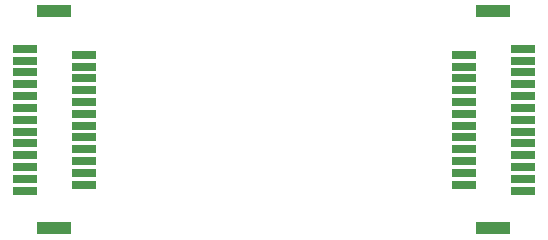
<source format=gbp>
%FSLAX25Y25*%
%MOIN*%
G70*
G01*
G75*
G04 Layer_Color=128*
%ADD10R,0.09449X0.12205*%
%ADD11R,0.08661X0.01969*%
G04:AMPARAMS|DCode=12|XSize=39.37mil|YSize=35.43mil|CornerRadius=4.43mil|HoleSize=0mil|Usage=FLASHONLY|Rotation=0.000|XOffset=0mil|YOffset=0mil|HoleType=Round|Shape=RoundedRectangle|*
%AMROUNDEDRECTD12*
21,1,0.03937,0.02658,0,0,0.0*
21,1,0.03051,0.03543,0,0,0.0*
1,1,0.00886,0.01526,-0.01329*
1,1,0.00886,-0.01526,-0.01329*
1,1,0.00886,-0.01526,0.01329*
1,1,0.00886,0.01526,0.01329*
%
%ADD12ROUNDEDRECTD12*%
G04:AMPARAMS|DCode=13|XSize=106.3mil|YSize=51.18mil|CornerRadius=6.4mil|HoleSize=0mil|Usage=FLASHONLY|Rotation=90.000|XOffset=0mil|YOffset=0mil|HoleType=Round|Shape=RoundedRectangle|*
%AMROUNDEDRECTD13*
21,1,0.10630,0.03839,0,0,90.0*
21,1,0.09350,0.05118,0,0,90.0*
1,1,0.01280,0.01919,0.04675*
1,1,0.01280,0.01919,-0.04675*
1,1,0.01280,-0.01919,-0.04675*
1,1,0.01280,-0.01919,0.04675*
%
%ADD13ROUNDEDRECTD13*%
G04:AMPARAMS|DCode=14|XSize=90.55mil|YSize=70.87mil|CornerRadius=8.86mil|HoleSize=0mil|Usage=FLASHONLY|Rotation=0.000|XOffset=0mil|YOffset=0mil|HoleType=Round|Shape=RoundedRectangle|*
%AMROUNDEDRECTD14*
21,1,0.09055,0.05315,0,0,0.0*
21,1,0.07284,0.07087,0,0,0.0*
1,1,0.01772,0.03642,-0.02658*
1,1,0.01772,-0.03642,-0.02658*
1,1,0.01772,-0.03642,0.02658*
1,1,0.01772,0.03642,0.02658*
%
%ADD14ROUNDEDRECTD14*%
G04:AMPARAMS|DCode=15|XSize=224.41mil|YSize=78.74mil|CornerRadius=9.84mil|HoleSize=0mil|Usage=FLASHONLY|Rotation=0.000|XOffset=0mil|YOffset=0mil|HoleType=Round|Shape=RoundedRectangle|*
%AMROUNDEDRECTD15*
21,1,0.22441,0.05906,0,0,0.0*
21,1,0.20472,0.07874,0,0,0.0*
1,1,0.01969,0.10236,-0.02953*
1,1,0.01969,-0.10236,-0.02953*
1,1,0.01969,-0.10236,0.02953*
1,1,0.01969,0.10236,0.02953*
%
%ADD15ROUNDEDRECTD15*%
%ADD16C,0.02000*%
%ADD17C,0.03543*%
%ADD18C,0.02756*%
%ADD19C,0.01500*%
%ADD20C,0.01800*%
%ADD21C,0.04000*%
G04:AMPARAMS|DCode=22|XSize=100mil|YSize=100mil|CornerRadius=12.5mil|HoleSize=0mil|Usage=FLASHONLY|Rotation=270.000|XOffset=0mil|YOffset=0mil|HoleType=Round|Shape=RoundedRectangle|*
%AMROUNDEDRECTD22*
21,1,0.10000,0.07500,0,0,270.0*
21,1,0.07500,0.10000,0,0,270.0*
1,1,0.02500,-0.03750,-0.03750*
1,1,0.02500,-0.03750,0.03750*
1,1,0.02500,0.03750,0.03750*
1,1,0.02500,0.03750,-0.03750*
%
%ADD22ROUNDEDRECTD22*%
%ADD23C,0.10000*%
%ADD24C,0.03150*%
%ADD25C,0.02362*%
%ADD26R,0.11811X0.03937*%
%ADD27R,0.07874X0.02756*%
%ADD28C,0.00787*%
%ADD29C,0.00050*%
%ADD30C,0.01969*%
%ADD31C,0.00500*%
%ADD32C,0.01000*%
%ADD33C,0.00600*%
%ADD34C,0.00300*%
%ADD35R,0.26000X0.07000*%
%ADD36R,0.09649X0.12405*%
%ADD37R,0.08861X0.02169*%
G04:AMPARAMS|DCode=38|XSize=41.37mil|YSize=37.43mil|CornerRadius=5.43mil|HoleSize=0mil|Usage=FLASHONLY|Rotation=0.000|XOffset=0mil|YOffset=0mil|HoleType=Round|Shape=RoundedRectangle|*
%AMROUNDEDRECTD38*
21,1,0.04137,0.02658,0,0,0.0*
21,1,0.03051,0.03743,0,0,0.0*
1,1,0.01086,0.01526,-0.01329*
1,1,0.01086,-0.01526,-0.01329*
1,1,0.01086,-0.01526,0.01329*
1,1,0.01086,0.01526,0.01329*
%
%ADD38ROUNDEDRECTD38*%
G04:AMPARAMS|DCode=39|XSize=108.3mil|YSize=53.18mil|CornerRadius=7.4mil|HoleSize=0mil|Usage=FLASHONLY|Rotation=90.000|XOffset=0mil|YOffset=0mil|HoleType=Round|Shape=RoundedRectangle|*
%AMROUNDEDRECTD39*
21,1,0.10830,0.03839,0,0,90.0*
21,1,0.09350,0.05318,0,0,90.0*
1,1,0.01480,0.01919,0.04675*
1,1,0.01480,0.01919,-0.04675*
1,1,0.01480,-0.01919,-0.04675*
1,1,0.01480,-0.01919,0.04675*
%
%ADD39ROUNDEDRECTD39*%
G04:AMPARAMS|DCode=40|XSize=92.55mil|YSize=72.87mil|CornerRadius=9.86mil|HoleSize=0mil|Usage=FLASHONLY|Rotation=0.000|XOffset=0mil|YOffset=0mil|HoleType=Round|Shape=RoundedRectangle|*
%AMROUNDEDRECTD40*
21,1,0.09255,0.05315,0,0,0.0*
21,1,0.07284,0.07287,0,0,0.0*
1,1,0.01972,0.03642,-0.02658*
1,1,0.01972,-0.03642,-0.02658*
1,1,0.01972,-0.03642,0.02658*
1,1,0.01972,0.03642,0.02658*
%
%ADD40ROUNDEDRECTD40*%
G04:AMPARAMS|DCode=41|XSize=226.41mil|YSize=80.74mil|CornerRadius=10.84mil|HoleSize=0mil|Usage=FLASHONLY|Rotation=0.000|XOffset=0mil|YOffset=0mil|HoleType=Round|Shape=RoundedRectangle|*
%AMROUNDEDRECTD41*
21,1,0.22641,0.05906,0,0,0.0*
21,1,0.20472,0.08074,0,0,0.0*
1,1,0.02169,0.10236,-0.02953*
1,1,0.02169,-0.10236,-0.02953*
1,1,0.02169,-0.10236,0.02953*
1,1,0.02169,0.10236,0.02953*
%
%ADD41ROUNDEDRECTD41*%
G04:AMPARAMS|DCode=42|XSize=102mil|YSize=102mil|CornerRadius=13.5mil|HoleSize=0mil|Usage=FLASHONLY|Rotation=270.000|XOffset=0mil|YOffset=0mil|HoleType=Round|Shape=RoundedRectangle|*
%AMROUNDEDRECTD42*
21,1,0.10200,0.07500,0,0,270.0*
21,1,0.07500,0.10200,0,0,270.0*
1,1,0.02700,-0.03750,-0.03750*
1,1,0.02700,-0.03750,0.03750*
1,1,0.02700,0.03750,0.03750*
1,1,0.02700,0.03750,-0.03750*
%
%ADD42ROUNDEDRECTD42*%
%ADD43C,0.10200*%
%ADD44C,0.02562*%
%ADD45R,0.12011X0.04137*%
%ADD46R,0.08074X0.02956*%
D26*
X658169Y184221D02*
D03*
Y111779D02*
D03*
X511811D02*
D03*
Y184221D02*
D03*
D27*
X648327Y169653D02*
D03*
Y165717D02*
D03*
Y161779D02*
D03*
Y157843D02*
D03*
Y153905D02*
D03*
Y149969D02*
D03*
Y146031D02*
D03*
Y142095D02*
D03*
Y138157D02*
D03*
Y134221D02*
D03*
Y130283D02*
D03*
Y126347D02*
D03*
X668012Y124378D02*
D03*
Y128315D02*
D03*
Y132252D02*
D03*
Y136189D02*
D03*
Y140126D02*
D03*
Y144063D02*
D03*
Y148000D02*
D03*
Y151937D02*
D03*
Y155874D02*
D03*
Y159811D02*
D03*
Y163748D02*
D03*
Y167685D02*
D03*
Y171622D02*
D03*
X521654Y126347D02*
D03*
Y130283D02*
D03*
Y134221D02*
D03*
Y138157D02*
D03*
Y142095D02*
D03*
Y146031D02*
D03*
Y149969D02*
D03*
Y153905D02*
D03*
Y157843D02*
D03*
Y161779D02*
D03*
Y165717D02*
D03*
Y169653D02*
D03*
X501968Y171622D02*
D03*
Y167685D02*
D03*
Y163748D02*
D03*
Y159811D02*
D03*
Y155874D02*
D03*
Y151937D02*
D03*
Y148000D02*
D03*
Y144063D02*
D03*
Y140126D02*
D03*
Y136189D02*
D03*
Y132252D02*
D03*
Y128315D02*
D03*
Y124378D02*
D03*
M02*

</source>
